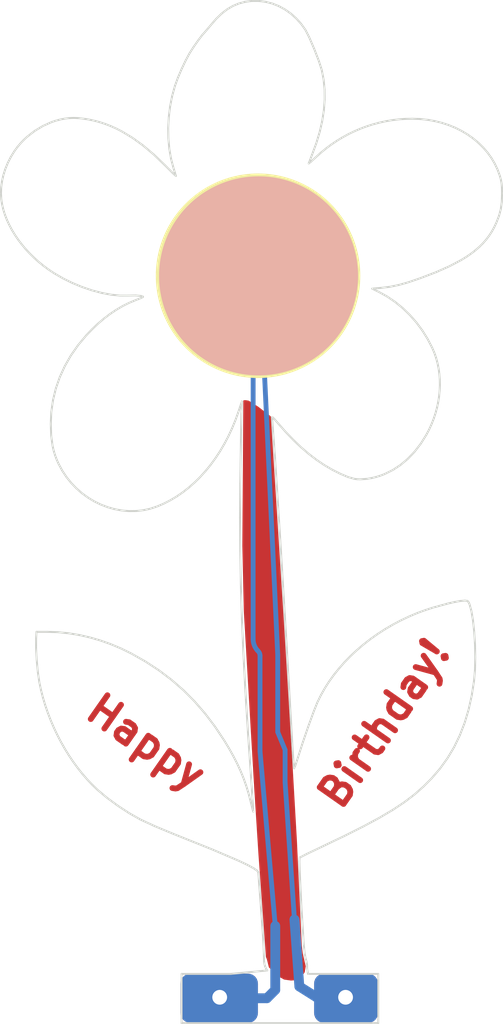
<source format=kicad_pcb>
(kicad_pcb (version 20210126) (generator pcbnew)
  (layers (0 "F.Cu" signal) (31 "B.Cu" signal) (34 "B.Paste" user) (35 "F.Paste" user) (36 "B.SilkS" user) (37 "F.SilkS" user) (38 "B.Mask" user) (39 "F.Mask" user) (44 "Edge.Cuts" user))
  (net 0 "")
  (footprint "touch:Touch_Pad_10x10mm" (layer "F.Cu") (at 65.7352 73.3044 -90)
    (fp_text reference "REF**" hide)
    (fp_text value "Touch_Pad_10.0x10.0mm" hide)
    (pad "1" smd roundrect (at -0.3556 -1.143 270) (size 2.54 3.302) (layers "F.Cu" "F.Mask") (roundrect_rratio 0.2))
  )
  (footprint "touch:Touch_Pad_10x10mm" (layer "F.Cu") (at 59.436 73.279 -90)
    (fp_text reference "REF**" hide)
    (fp_text value "Touch_Pad_10.0x10.0mm" hide)
    (pad "1" smd roundrect (at -0.3302 -0.889 270) (size 2.54 4) (layers "F.Cu" "F.Mask") (roundrect_rratio 0.2))
  )
  (footprint "art:flower-outline-with-base" (layer "F.Cu") (at 57.5818 67.4116)
    (fp_text reference "Ref**" hide)
    (fp_text value "Val**" hide)
    (fp_line (start 6.220343 -12.798187) (end 5.900983 -18.070735) (layer "Edge.Cuts") (width 0.1))
    (fp_line (start 12.586861 -29.752728) (end 12.220993 -30.106195) (layer "Edge.Cuts") (width 0.1))
    (fp_line (start 5.484463 -45.833329) (end 5.13978 -45.921696) (layer "Edge.Cuts") (width 0.1))
    (fp_line (start -5.919475 -39.708638) (end -6.363377 -39.5102) (layer "Edge.Cuts") (width 0.1))
    (fp_line (start 8.571084 -21.763534) (end 8.983464 -21.555278) (layer "Edge.Cuts") (width 0.1))
    (fp_line (start -8.406146 -36.97082) (end -8.477459 -36.64991) (layer "Edge.Cuts") (width 0.1))
    (fp_line (start 1.877454 -44.219991) (end 1.659895 -43.93267) (layer "Edge.Cuts") (width 0.1))
    (fp_line (start 6.189318 -23.695715) (end 6.583611 -23.284889) (layer "Edge.Cuts") (width 0.1))
    (fp_line (start 7.979407 -38.117005) (end 7.718957 -37.88136) (layer "Edge.Cuts") (width 0.1))
    (fp_line (start 3.340013 4.279942) (end 0.800013 4.279831) (layer "Edge.Cuts") (width 0.1))
    (fp_line (start 7.472989 4.279831) (end 7.329847 4.279831) (layer "Edge.Cuts") (width 0.1))
    (fp_line (start 8.814498 -38.739705) (end 8.527693 -38.546436) (layer "Edge.Cuts") (width 0.1))
    (fp_line (start -7.838223 -38.207437) (end -8.02064 -37.911331) (layer "Edge.Cuts") (width 0.1))
    (fp_line (start 0.108569 -39.406848) (end 0.117882 -38.858561) (layer "Edge.Cuts") (width 0.1))
    (fp_line (start 7.651771 -43.486702) (end 7.39649 -44.080465) (layer "Edge.Cuts") (width 0.1))
    (fp_line (start -2.302142 -19.655095) (end -1.934723 -19.622022) (layer "Edge.Cuts") (width 0.1))
    (fp_line (start 9.718818 -21.28811) (end 9.872816 -21.266414) (layer "Edge.Cuts") (width 0.1))
    (fp_line (start -4.342328 -20.541345) (end -4.034335 -20.317585) (layer "Edge.Cuts") (width 0.1))
    (fp_line (start 10.680533 -39.592367) (end 10.354971 -39.48798) (layer "Edge.Cuts") (width 0.1))
    (fp_line (start 5.791409 -24.144784) (end 6.189318 -23.695715) (layer "Edge.Cuts") (width 0.1))
    (fp_line (start 5.598141 -24.369059) (end 5.791409 -24.144784) (layer "Edge.Cuts") (width 0.1))
    (fp_line (start 6.716945 -45.070069) (end 6.437892 -45.317598) (layer "Edge.Cuts") (width 0.1))
    (fp_line (start 0.166457 -38.326811) (end 0.253791 -37.818832) (layer "Edge.Cuts") (width 0.1))
    (fp_line (start 7.20531 3.464895) (end 7.159321 3.2308) (layer "Edge.Cuts") (width 0.1))
    (fp_line (start 0.312174 -41.05791) (end 0.205721 -40.514791) (layer "Edge.Cuts") (width 0.1))
    (fp_line (start 10.354971 -39.48798) (end 10.034061 -39.368608) (layer "Edge.Cuts") (width 0.1))
    (fp_line (start 2.861373 -45.308297) (end 2.584386 -45.040613) (layer "Edge.Cuts") (width 0.1))
    (fp_line (start -5.935512 -23.513257) (end -5.864199 -22.988223) (layer "Edge.Cuts") (width 0.1))
    (fp_line (start 5.051425 3.308315) (end 5.060209 3.636459) (layer "Edge.Cuts") (width 0.1))
    (fp_line (start 15.77118 -14.463726) (end 15.673512 -14.814609) (layer "Edge.Cuts") (width 0.1))
    (fp_line (start 13.114993 -39.86994) (end 12.716052 -39.88441) (layer "Edge.Cuts") (width 0.1))
    (fp_line (start 1.418566 -43.587988) (end 1.216512 -43.273279) (layer "Edge.Cuts") (width 0.1))
    (fp_line (start -4.498885 -13.224013) (end -5.047689 -13.313929) (layer "Edge.Cuts") (width 0.1))
    (fp_line (start 11.709413 -13.756267) (end 11.308921 -13.521659) (layer "Edge.Cuts") (width 0.1))
    (fp_line (start 15.673512 -14.814609) (end 15.620285 -14.924681) (layer "Edge.Cuts") (width 0.1))
    (fp_line (start 4.704167 -1.046975) (end 4.748093 -0.997366) (layer "Edge.Cuts") (width 0.1))
    (fp_line (start -7.971033 -34.151354) (end -7.817554 -33.896589) (layer "Edge.Cuts") (width 0.1))
    (fp_line (start 4.362072 -4.641073) (end 4.25872 -5.041049) (layer "Edge.Cuts") (width 0.1))
    (fp_line (start 6.798085 -6.855397) (end 6.678713 -6.491079) (layer "Edge.Cuts") (width 0.1))
    (fp_line (start 12.980138 -14.3583) (end 12.546055 -14.175881) (layer "Edge.Cuts") (width 0.1))
    (fp_line (start 5.626063 -22.382099) (end 5.480336 -24.357172) (layer "Edge.Cuts") (width 0.1))
    (fp_line (start 15.440451 -15.001677) (end 15.217727 -14.981516) (layer "Edge.Cuts") (width 0.1))
    (fp_line (start -0.369422 -11.397766) (end -1.064988 -11.852003) (layer "Edge.Cuts") (width 0.1))
    (fp_line (start 8.092077 -2.309948) (end 9.229992 -2.855133) (layer "Edge.Cuts") (width 0.1))
    (fp_line (start 12.122309 -13.974861) (end 11.709413 -13.756267) (layer "Edge.Cuts") (width 0.1))
    (fp_line (start -1.739887 -38.899902) (end -2.292824 -39.232182) (layer "Edge.Cuts") (width 0.1))
    (fp_line (start -3.04678 -4.811086) (end -2.48144 -4.39664) (layer "Edge.Cuts") (width 0.1))
    (fp_line (start -5.047689 -13.313929) (end -5.593911 -13.367674) (layer "Edge.Cuts") (width 0.1))
    (fp_line (start 13.155303 -23.101456) (end 13.446241 -23.566543) (layer "Edge.Cuts") (width 0.1))
    (fp_line (start -5.930347 -24.738504) (end -5.958769 -24.118387) (layer "Edge.Cuts") (width 0.1))
    (fp_line (start -3.127399 -39.60787) (end -3.409035 -39.700887) (layer "Edge.Cuts") (width 0.1))
    (fp_line (start -4.565552 -6.355178) (end -4.321122 -6.047188) (layer "Edge.Cuts") (width 0.1))
    (fp_line (start -5.738625 -22.513833) (end -5.653876 -22.285942) (layer "Edge.Cuts") (width 0.1))
    (fp_line (start 4.14038 -5.430174) (end 4.004987 -5.812579) (layer "Edge.Cuts") (width 0.1))
    (fp_line (start -8.226314 -34.668118) (end -8.10746 -34.408703) (layer "Edge.Cuts") (width 0.1))
    (fp_line (start 3.830325 -17.557081) (end 3.861332 -15.839356) (layer "Edge.Cuts") (width 0.1))
    (fp_line (start 15.916391 -13.383173) (end 15.853346 -13.972284) (layer "Edge.Cuts") (width 0.1))
    (fp_line (start 4.523301 -1.175132) (end 4.704167 -1.046975) (layer "Edge.Cuts") (width 0.1))
    (fp_line (start 8.249158 -38.338696) (end 7.979407 -38.117005) (layer "Edge.Cuts") (width 0.1))
    (fp_line (start 3.850476 -6.192399) (end 3.675293 -6.573256) (layer "Edge.Cuts") (width 0.1))
    (fp_line (start -1.206087 -30.669925) (end -1.321327 -30.613598) (layer "Edge.Cuts") (width 0.1))
    (fp_line (start 17.354015 -36.016946) (end 17.348856 -36.306334) (layer "Edge.Cuts") (width 0.1))
    (fp_line (start -7.692496 -38.408975) (end -7.838223 -38.207437) (layer "Edge.Cuts") (width 0.1))
    (fp_line (start -6.549409 -10.789016) (end -6.46621 -10.394726) (layer "Edge.Cuts") (width 0.1))
    (fp_line (start -2.328992 -12.526897) (end -2.862294 -12.750655) (layer "Edge.Cuts") (width 0.1))
    (fp_line (start 0.605179 -41.988603) (end 0.457385 -41.581393) (layer "Edge.Cuts") (width 0.1))
    (fp_line (start 13.234884 -28.951227) (end 12.925859 -29.366706) (layer "Edge.Cuts") (width 0.1))
    (fp_line (start 0.138025 -39.961853) (end 0.108569 -39.406848) (layer "Edge.Cuts") (width 0.1))
    (fp_line (start 15.217727 -14.981516) (end 14.916454 -14.928808) (layer "Edge.Cuts") (width 0.1))
    (fp_line (start 5.111377 3.885541) (end 5.157885 3.994578) (layer "Edge.Cuts") (width 0.1))
    (fp_line (start 0.380918 -2.949184) (end 2.402499 -2.139932) (layer "Edge.Cuts") (width 0.1))
    (fp_line (start -5.23685 -27.100634) (end -5.495232 -26.532193) (layer "Edge.Cuts") (width 0.1))
    (fp_line (start 6.568641 -6.808889) (end 6.498878 -7.940604) (layer "Edge.Cuts") (width 0.1))
    (fp_line (start 14.05809 -25.262047) (end 14.10253 -25.552985) (layer "Edge.Cuts") (width 0.1))
    (fp_line (start 13.287108 -5.387796) (end 13.717574 -5.820844) (layer "Edge.Cuts") (width 0.1))
    (fp_line (start -6.695133 -13.386274) (end -6.714262 -13.055026) (layer "Edge.Cuts") (width 0.1))
    (fp_line (start 3.446867 -45.705688) (end 3.148176 -45.529989) (layer "Edge.Cuts") (width 0.1))
    (fp_line (start 13.446241 -23.566543) (end 13.588867 -23.837844) (layer "Edge.Cuts") (width 0.1))
    (fp_line (start -7.361767 -38.781562) (end -7.532814 -38.600178) (layer "Edge.Cuts") (width 0.1))
    (fp_line (start -2.900042 -29.798144) (end -3.216817 -29.557331) (layer "Edge.Cuts") (width 0.1))
    (fp_line (start 3.584321 -24.325143) (end 3.741417 -24.764393) (layer "Edge.Cuts") (width 0.1))
    (fp_line (start 16.947835 -34.277) (end 17.056356 -34.506443) (layer "Edge.Cuts") (width 0.1))
    (fp_line (start 2.30016 -22.01159) (end 2.551308 -22.355236) (layer "Edge.Cuts") (width 0.1))
    (fp_line (start 7.816112 -9.747211) (end 7.614057 -9.241298) (layer "Edge.Cuts") (width 0.1))
    (fp_line (start 1.014457 -42.899658) (end 0.801034 -42.449557) (layer "Edge.Cuts") (width 0.1))
    (fp_line (start 10.190644 -12.727909) (end 9.849061 -12.436452) (layer "Edge.Cuts") (width 0.1))
    (fp_line (start -6.685836 -11.944501) (end -6.627442 -11.319733) (layer "Edge.Cuts") (width 0.1))
    (fp_line (start -5.593911 -13.367674) (end -6.134963 -13.386274) (layer "Edge.Cuts") (width 0.1))
    (fp_line (start -8.10746 -34.408703) (end -7.971033 -34.151354) (layer "Edge.Cuts") (width 0.1))
    (fp_line (start -3.331522 -30.889021) (end -2.846798 -30.797554) (layer "Edge.Cuts") (width 0.1))
    (fp_line (start 4.762037 -0.956541) (end 4.911381 1.010782) (layer "Edge.Cuts") (width 0.1))
    (fp_line (start -1.579192 -30.514379) (end -1.916639 -30.372786) (layer "Edge.Cuts") (width 0.1))
    (fp_line (start 14.916454 -14.928808) (end 14.558851 -14.848708) (layer "Edge.Cuts") (width 0.1))
    (fp_line (start 4.427686 -45.965621) (end 4.427686 -45.965621) (layer "Edge.Cuts") (width 0.1))
    (fp_line (start 5.013701 2.447903) (end 5.051425 3.308315) (layer "Edge.Cuts") (width 0.1))
    (fp_line (start 0.253791 -37.818832) (end 0.380397 -37.344442) (layer "Edge.Cuts") (width 0.1))
    (fp_line (start 5.060209 3.636459) (end 5.079338 3.767719) (layer "Edge.Cuts") (width 0.1))
    (fp_line (start 17.348856 -36.306334) (end 17.330758 -36.53526) (layer "Edge.Cuts") (width 0.1))
    (fp_line (start 11.279447 -21.529974) (end 11.702677 -21.737714) (layer "Edge.Cuts") (width 0.1))
    (fp_line (start 13.949053 -27.528058) (end 13.859653 -27.788507) (layer "Edge.Cuts") (width 0.1))
    (fp_line (start -5.697802 -25.947733) (end -5.843013 -25.348803) (layer "Edge.Cuts") (width 0.1))
    (fp_line (start 10.837098 -21.379079) (end 11.06034 -21.447291) (layer "Edge.Cuts") (width 0.1))
    (fp_line (start 17.056356 -34.506443) (end 17.199499 -34.87438) (layer "Edge.Cuts") (width 0.1))
    (fp_line (start -3.977992 -39.840413) (end -4.266348 -39.886922) (layer "Edge.Cuts") (width 0.1))
    (fp_line (start 2.402499 -2.139932) (end 3.760039 -1.55909) (layer "Edge.Cuts") (width 0.1))
    (fp_line (start -2.84783 -39.498832) (end -3.127399 -39.60787) (layer "Edge.Cuts") (width 0.1))
    (fp_line (start 2.524974 -8.493036) (end 2.013379 -9.167929) (layer "Edge.Cuts") (width 0.1))
    (fp_line (start 9.719352 -39.233732) (end 9.410843 -39.083354) (layer "Edge.Cuts") (width 0.1))
    (fp_line (start 2.551308 -22.355236) (end 2.78902 -22.716972) (layer "Edge.Cuts") (width 0.1))
    (fp_line (start 0.205721 -40.514791) (end 0.138025 -39.961853) (layer "Edge.Cuts") (width 0.1))
    (fp_line (start -7.048608 -32.929207) (end -6.821234 -32.704931) (layer "Edge.Cuts") (width 0.1))
    (fp_line (start -8.305895 -37.289664) (end -8.406146 -36.97082) (layer "Edge.Cuts") (width 0.1))
    (fp_line (start 6.976867 -22.911784) (end 7.370641 -22.574337) (layer "Edge.Cuts") (width 0.1))
    (fp_line (start -6.363377 -39.5102) (end -6.786092 -39.256469) (layer "Edge.Cuts") (width 0.1))
    (fp_line (start 15.909171 -10.868597) (end 15.956714 -11.437554) (layer "Edge.Cuts") (width 0.1))
    (fp_line (start 13.756317 -14.627532) (end 13.354275 -14.496275) (layer "Edge.Cuts") (width 0.1))
    (fp_line (start 7.26577 -1.913589) (end 8.092077 -2.309948) (layer "Edge.Cuts") (width 0.1))
    (fp_line (start 0.380397 -37.344442) (end 0.505971 -36.928963) (layer "Edge.Cuts") (width 0.1))
    (fp_line (start 11.829801 -30.424005) (end 11.41639 -30.704091) (layer "Edge.Cuts") (width 0.1))
    (fp_line (start -1.198332 -19.662894) (end -0.835049 -19.739378) (layer "Edge.Cuts") (width 0.1))
    (fp_line (start 4.787347 -45.965621) (end 4.427686 -45.965621) (layer "Edge.Cuts") (width 0.1))
    (fp_line (start 8.15149 -40.330306) (end 8.191796 -40.872909) (layer "Edge.Cuts") (width 0.1))
    (fp_line (start -4.066873 -5.75418) (end -3.804356 -5.477712) (layer "Edge.Cuts") (width 0.1))
    (fp_line (start -4.899917 -21.072063) (end -4.631716 -20.793525) (layer "Edge.Cuts") (width 0.1))
    (fp_line (start 3.829796 -21.044723) (end 3.81998 -19.278423) (layer "Edge.Cuts") (width 0.1))
    (fp_line (start -3.950081 -13.09999) (end -4.498885 -13.224013) (layer "Edge.Cuts") (width 0.1))
    (fp_line (start 14.021398 -27.259857) (end 13.949053 -27.528058) (layer "Edge.Cuts") (width 0.1))
    (fp_line (start -8.327083 -34.928568) (end -8.226314 -34.668118) (layer "Edge.Cuts") (width 0.1))
    (fp_line (start 11.06034 -21.447291) (end 11.279447 -21.529974) (layer "Edge.Cuts") (width 0.1))
    (fp_line (start 13.752682 -28.040688) (end 13.511352 -28.507843) (layer "Edge.Cuts") (width 0.1))
    (fp_line (start -3.833834 -29.000776) (end -4.133556 -28.686067) (layer "Edge.Cuts") (width 0.1))
    (fp_line (start 5.13978 -45.921696) (end 4.787347 -45.965621) (layer "Edge.Cuts") (width 0.1))
    (fp_line (start 11.702677 -21.737714) (end 12.104203 -22.000231) (layer "Edge.Cuts") (width 0.1))
    (fp_line (start 16.377327 -38.400263) (end 16.131347 -38.642108) (layer "Edge.Cuts") (width 0.1))
    (fp_line (start 15.620285 -14.924681) (end 15.563958 -14.984109) (layer "Edge.Cuts") (width 0.1))
    (fp_line (start 5.900983 -18.070735) (end 5.626063 -22.382099) (layer "Edge.Cuts") (width 0.1))
    (fp_line (start 14.137674 -26.421666) (end 14.115449 -26.705886) (layer "Edge.Cuts") (width 0.1))
    (fp_line (start -6.717358 -12.557901) (end -6.685836 -11.944501) (layer "Edge.Cuts") (width 0.1))
    (fp_line (start -5.235797 -39.890022) (end -5.464723 -39.84558) (layer "Edge.Cuts") (width 0.1))
    (fp_line (start 6.678713 -6.491079) (end 6.613602 -6.33915) (layer "Edge.Cuts") (width 0.1))
    (fp_line (start 7.718957 -37.88136) (end 7.469875 -37.652433) (layer "Edge.Cuts") (width 0.1))
    (fp_line (start -8.519319 -36.330032) (end -8.530696 -36.014289) (layer "Edge.Cuts") (width 0.1))
    (fp_line (start 8.165941 -22.001763) (end 8.571084 -21.763534) (layer "Edge.Cuts") (width 0.1))
    (fp_line (start 7.992845 -10.109462) (end 7.816112 -9.747211) (layer "Edge.Cuts") (width 0.1))
    (fp_line (start -4.839441 -31.400101) (end -4.337148 -31.192878) (layer "Edge.Cuts") (width 0.1))
    (fp_line (start 2.316186 -44.725903) (end 2.009227 -44.364685) (layer "Edge.Cuts") (width 0.1))
    (fp_line (start 12.220993 -30.106195) (end 11.829801 -30.424005) (layer "Edge.Cuts") (width 0.1))
    (fp_line (start 7.159321 3.2308) (end 7.111262 2.750727) (layer "Edge.Cuts") (width 0.1))
    (fp_line (start 12.925859 -29.366706) (end 12.586861 -29.752728) (layer "Edge.Cuts") (width 0.1))
    (fp_line (start 12.832842 -22.683909) (end 13.155303 -23.101456) (layer "Edge.Cuts") (width 0.1))
    (fp_line (start 6.583611 -23.284889) (end 6.976867 -22.911784) (layer "Edge.Cuts") (width 0.1))
    (fp_line (start -5.864199 -22.988223) (end -5.808387 -22.746378) (layer "Edge.Cuts") (width 0.1))
    (fp_line (start 7.370641 -22.574337) (end 7.766484 -22.271513) (layer "Edge.Cuts") (width 0.1))
    (fp_line (start 4.911381 1.010782) (end 5.013701 2.447903) (layer "Edge.Cuts") (width 0.1))
    (fp_line (start -7.462539 -33.401012) (end -7.262551 -33.161234) (layer "Edge.Cuts") (width 0.1))
    (fp_line (start 14.152171 -6.326757) (end 14.538711 -6.863673) (layer "Edge.Cuts") (width 0.1))
    (fp_line (start 4.388432 -5.867356) (end 4.508839 -4.092269) (layer "Edge.Cuts") (width 0.1))
    (fp_line (start -3.372361 -19.957918) (end -3.023545 -19.824076) (layer "Edge.Cuts") (width 0.1))
    (fp_line (start 10.378726 -21.287097) (end 10.60972 -21.325853) (layer "Edge.Cuts") (width 0.1))
    (fp_line (start -0.631944 -38.031738) (end -1.187466 -38.500444) (layer "Edge.Cuts") (width 0.1))
    (fp_line (start 3.011228 -23.095244) (end 3.218968 -23.490053) (layer "Edge.Cuts") (width 0.1))
    (fp_line (start 3.760039 -1.55909) (end 4.21169 -1.344632) (layer "Edge.Cuts") (width 0.1))
    (fp_line (start -1.934723 -19.622022) (end -1.565754 -19.624138) (layer "Edge.Cuts") (width 0.1))
    (fp_line (start -2.862294 -12.750655) (end -3.403346 -12.941859) (layer "Edge.Cuts") (width 0.1))
    (fp_line (start 14.250842 -39.669952) (end 13.883423 -39.761937) (layer "Edge.Cuts") (width 0.1))
    (fp_line (start 0.857872 -20.589455) (end 1.168963 -20.831816) (layer "Edge.Cuts") (width 0.1))
    (fp_line (start 5.079338 3.767719) (end 5.111377 3.885541) (layer "Edge.Cuts") (width 0.1))
    (fp_line (start -5.025472 -7.011469) (end -4.800679 -6.677123) (layer "Edge.Cuts") (width 0.1))
    (fp_line (start 4.004987 -5.812579) (end 3.850476 -6.192399) (layer "Edge.Cuts") (width 0.1))
    (fp_line (start 13.825029 -24.396466) (end 13.919078 -24.682754) (layer "Edge.Cuts") (width 0.1))
    (fp_line (start -6.627442 -11.319733) (end -6.549409 -10.789016) (layer "Edge.Cuts") (width 0.1))
    (fp_line (start 9.872816 -21.266414) (end 10.029394 -21.260223) (layer "Edge.Cuts") (width 0.1))
    (fp_line (start 3.477887 -6.959794) (end 3.256714 -7.356153) (layer "Edge.Cuts") (width 0.1))
    (fp_line (start -5.792872 -31.90963) (end -5.327785 -31.63988) (layer "Edge.Cuts") (width 0.1))
    (fp_line (start 3.675293 -6.573256) (end 3.477887 -6.959794) (layer "Edge.Cuts") (width 0.1))
    (fp_line (start 0.336473 -37.085026) (end -0.070739 -37.492753) (layer "Edge.Cuts") (width 0.1))
    (fp_line (start 8.417626 -10.816913) (end 8.193865 -10.466547) (layer "Edge.Cuts") (width 0.1))
    (fp_line (start -6.580936 -32.489957) (end -6.329273 -32.284801) (layer "Edge.Cuts") (width 0.1))
    (fp_line (start 12.369821 -39.876658) (end 12.025654 -39.852369) (layer "Edge.Cuts") (width 0.1))
    (fp_line (start 4.25872 -5.041049) (end 4.14038 -5.430174) (layer "Edge.Cuts") (width 0.1))
    (fp_line (start -4.800679 -6.677123) (end -4.565552 -6.355178) (layer "Edge.Cuts") (width 0.1))
    (fp_line (start 0.801034 -42.449557) (end 0.605179 -41.988603) (layer "Edge.Cuts") (width 0.1))
    (fp_line (start -1.321327 -30.613598) (end -1.579192 -30.514379) (layer "Edge.Cuts") (width 0.1))
    (fp_line (start 12.025654 -39.852369) (end 11.684074 -39.811545) (layer "Edge.Cuts") (width 0.1))
    (fp_line (start -5.843013 -25.348803) (end -5.930347 -24.738504) (layer "Edge.Cuts") (width 0.1))
    (fp_line (start 17.2951 -36.736282) (end 17.238257 -36.941954) (layer "Edge.Cuts") (width 0.1))
    (fp_line (start -6.786092 -39.256469) (end -7.179347 -38.951578) (layer "Edge.Cuts") (width 0.1))
    (fp_line (start 6.987238 0.775136) (end 6.901455 -1.0046) (layer "Edge.Cuts") (width 0.1))
    (fp_line (start 7.28386 3.830764) (end 7.256989 3.649379) (layer "Edge.Cuts") (width 0.1))
    (fp_line (start 9.218094 -11.818404) (end 8.930772 -11.493358) (layer "Edge.Cuts") (width 0.1))
    (fp_line (start -1.207622 -30.702998) (end -1.193678 -30.688012) (layer "Edge.Cuts") (width 0.1))
    (fp_line (start 4.508839 -4.092269) (end 4.49643 -4.116557) (layer "Edge.Cuts") (width 0.1))
    (fp_line (start 14.142331 -26.134345) (end 14.137674 -26.421666) (layer "Edge.Cuts") (width 0.1))
    (fp_line (start 10.197375 -3.341408) (end 11.01748 -3.782725) (layer "Edge.Cuts") (width 0.1))
    (fp_line (start -4.631716 -20.793525) (end -4.342328 -20.541345) (layer "Edge.Cuts") (width 0.1))
    (fp_line (start 16.539591 -33.648615) (end 16.690485 -33.849119) (layer "Edge.Cuts") (width 0.1))
    (fp_line (start 1.469205 -21.095883) (end 1.758593 -21.381136) (layer "Edge.Cuts") (width 0.1))
    (fp_line (start -7.817554 -33.896589) (end -7.647538 -33.646475) (layer "Edge.Cuts") (width 0.1))
    (fp_line (start 0.536961 -20.369829) (end 0.857872 -20.589455) (layer "Edge.Cuts") (width 0.1))
    (fp_line (start -1.064988 -11.852003) (end -1.806027 -12.271098) (layer "Edge.Cuts") (width 0.1))
    (fp_line (start 8.040378 -42.401497) (end 7.890518 -42.868136) (layer "Edge.Cuts") (width 0.1))
    (fp_line (start 11.01748 -3.782725) (end 11.713562 -4.193554) (layer "Edge.Cuts") (width 0.1))
    (fp_line (start -5.238896 -7.357701) (end -5.025472 -7.011469) (layer "Edge.Cuts") (width 0.1))
    (fp_line (start 11.554365 -31.203286) (end 12.012737 -31.296304) (layer "Edge.Cuts") (width 0.1))
    (fp_line (start -8.408215 -35.189017) (end -8.327083 -34.928568) (layer "Edge.Cuts") (width 0.1))
    (fp_line (start 12.012737 -31.296304) (end 12.518649 -31.439447) (layer "Edge.Cuts") (width 0.1))
    (fp_line (start -2.48144 -4.39664) (end -1.890263 -4.011653) (layer "Edge.Cuts") (width 0.1))
    (fp_line (start 11.086695 -31.147475) (end 11.554365 -31.203286) (layer "Edge.Cuts") (width 0.1))
    (fp_line (start 15.268868 -39.252407) (end 14.945373 -39.414154) (layer "Edge.Cuts") (width 0.1))
    (fp_line (start 17.238257 -36.941954) (end 17.119917 -37.263898) (layer "Edge.Cuts") (width 0.1))
    (fp_line (start 14.646166 -32.270404) (end 15.248715 -32.588731) (layer "Edge.Cuts") (width 0.1))
    (fp_line (start 4.21169 -1.344632) (end 4.523301 -1.175132) (layer "Edge.Cuts") (width 0.1))
    (fp_line (start 6.887511 -1.524466) (end 6.895766 -1.722904) (layer "Edge.Cuts") (width 0.1))
    (fp_line (start 11.011262 -39.68125) (end 10.680533 -39.592367) (layer "Edge.Cuts") (width 0.1))
    (fp_line (start -6.329273 -32.284801) (end -6.06624 -32.091015) (layer "Edge.Cuts") (width 0.1))
    (fp_line (start -4.923174 -27.650471) (end -5.23685 -27.100634) (layer "Edge.Cuts") (width 0.1))
    (fp_line (start 7.766484 -22.271513) (end 8.165941 -22.001763) (layer "Edge.Cuts") (width 0.1))
    (fp_line (start -7.179347 -38.951578) (end -7.361767 -38.781562) (layer "Edge.Cuts") (width 0.1))
    (fp_line (start 10.983857 -30.943353) (end 10.645894 -31.109752) (layer "Edge.Cuts") (width 0.1))
    (fp_line (start 4.085071 -45.92273) (end 3.758991 -45.835913) (layer "Edge.Cuts") (width 0.1))
    (fp_line (start -5.144863 -21.376953) (end -4.899917 -21.072063) (layer "Edge.Cuts") (width 0.1))
    (fp_line (start 4.748093 -0.997366) (end 4.762037 -0.956541) (layer "Edge.Cuts") (width 0.1))
    (fp_line (start 3.741417 -24.764393) (end 3.914531 -25.284258) (layer "Edge.Cuts") (width 0.1))
    (fp_line (start -2.386878 -30.751045) (end -1.962097 -30.751574) (layer "Edge.Cuts") (width 0.1))
    (fp_line (start 3.914531 -25.284258) (end 3.888708 -24.701347) (layer "Edge.Cuts") (width 0.1))
    (fp_line (start 3.009183 -7.765431) (end 2.524974 -8.493036) (layer "Edge.Cuts") (width 0.1))
    (fp_line (start -1.299607 -30.733487) (end -1.207622 -30.702998) (layer "Edge.Cuts") (width 0.1))
    (fp_line (start 5.478775 -24.473445) (end 5.50047 -24.466211) (layer "Edge.Cuts") (width 0.1))
    (fp_line (start 15.172264 -8.039831) (end 15.421345 -8.683718) (layer "Edge.Cuts") (width 0.1))
    (fp_line (start 15.6265 -9.368431) (end 15.788764 -10.096035) (layer "Edge.Cuts") (width 0.1))
    (fp_line (start 13.996593 -24.971108) (end 14.05809 -25.262047) (layer "Edge.Cuts") (width 0.1))
    (fp_line (start -8.02064 -37.911331) (end -8.17722 -37.604373) (layer "Edge.Cuts") (width 0.1))
    (fp_line (start 7.111262 2.750727) (end 6.987238 0.775136) (layer "Edge.Cuts") (width 0.1))
    (fp_line (start 13.883423 -39.761937) (end 13.504116 -39.829116) (layer "Edge.Cuts") (width 0.1))
    (fp_line (start -6.248651 -9.608209) (end -6.115844 -9.218568) (layer "Edge.Cuts") (width 0.1))
    (fp_line (start 3.148176 -45.529989) (end 2.861373 -45.308297) (layer "Edge.Cuts") (width 0.1))
    (fp_line (start 7.469875 -37.652433) (end 7.366008 -37.572335) (layer "Edge.Cuts") (width 0.1))
    (fp_line (start 3.993107 -12.250944) (end 4.097493 -10.297576) (layer "Edge.Cuts") (width 0.1))
    (fp_line (start 8.065706 -39.773234) (end 8.15149 -40.330306) (layer "Edge.Cuts") (width 0.1))
    (fp_line (start -7.532814 -38.600178) (end -7.692496 -38.408975) (layer "Edge.Cuts") (width 0.1))
    (fp_line (start 11.346111 -39.754701) (end 11.011262 -39.68125) (layer "Edge.Cuts") (width 0.1))
    (fp_line (start -0.131731 -20.001892) (end 0.206748 -20.173974) (layer "Edge.Cuts") (width 0.1))
    (fp_line (start 16.371644 -33.456378) (end 16.539591 -33.648615) (layer "Edge.Cuts") (width 0.1))
    (fp_line (start 11.713562 -4.193554) (end 12.308356 -4.58836) (layer "Edge.Cuts") (width 0.1))
    (fp_line (start 12.308356 -4.58836) (end 12.825637 -4.981618) (layer "Edge.Cuts") (width 0.1))
    (fp_line (start 7.366008 -37.572335) (end 7.537572 -38.021403) (layer "Edge.Cuts") (width 0.1))
    (fp_line (start 8.187139 -41.398975) (end 8.136498 -41.909021) (layer "Edge.Cuts") (width 0.1))
    (fp_line (start 2.78902 -22.716972) (end 3.011228 -23.095244) (layer "Edge.Cuts") (width 0.1))
    (fp_line (start -5.362937 -21.706131) (end -5.144863 -21.376953) (layer "Edge.Cuts") (width 0.1))
    (fp_line (start -2.569811 -39.373775) (end -2.84783 -39.498832) (layer "Edge.Cuts") (width 0.1))
    (fp_line (start 8.930772 -11.493358) (end 8.663604 -11.159528) (layer "Edge.Cuts") (width 0.1))
    (fp_line (start -5.958769 -24.118387) (end -5.935512 -23.513257) (layer "Edge.Cuts") (width 0.1))
    (fp_line (start 7.329847 4.279831) (end 7.286956 4.006463) (layer "Edge.Cuts") (width 0.1))
    (fp_line (start 7.934965 -39.20221) (end 8.065706 -39.773234) (layer "Edge.Cuts") (width 0.1))
    (fp_line (start 15.788764 -10.096035) (end 15.909171 -10.868597) (layer "Edge.Cuts") (width 0.1))
    (fp_line (start 16.973674 -37.571373) (end 16.800041 -37.863861) (layer "Edge.Cuts") (width 0.1))
    (fp_line (start -3.831235 -31.021829) (end -3.331522 -30.889021) (layer "Edge.Cuts") (width 0.1))
    (fp_line (start 3.410169 -23.900363) (end 3.584321 -24.325143) (layer "Edge.Cuts") (width 0.1))
    (fp_line (start 15.863146 -38.865351) (end 15.575309 -39.068956) (layer "Edge.Cuts") (width 0.1))
    (fp_line (start 10.60972 -21.325853) (end 10.837098 -21.379079) (layer "Edge.Cuts") (width 0.1))
    (fp_line (start -5.327785 -31.63988) (end -4.839441 -31.400101) (layer "Edge.Cuts") (width 0.1))
    (fp_line (start -3.409035 -39.700887) (end -3.692223 -39.778402) (layer "Edge.Cuts") (width 0.1))
    (fp_line (start -2.249951 -30.206387) (end -2.577579 -30.014668) (layer "Edge.Cuts") (width 0.1))
    (fp_line (start -2.846798 -30.797554) (end -2.386878 -30.751045) (layer "Edge.Cuts") (width 0.1))
    (fp_line (start 8.191796 -40.872909) (end 8.187139 -41.398975) (layer "Edge.Cuts") (width 0.1))
    (fp_line (start 3.218968 -23.490053) (end 3.410169 -23.900363) (layer "Edge.Cuts") (width 0.1))
    (fp_line (start 9.524534 -12.133112) (end 9.218094 -11.818404) (layer "Edge.Cuts") (width 0.1))
    (fp_line (start -8.510535 -35.705781) (end -8.469712 -35.448433) (layer "Edge.Cuts") (width 0.1))
    (fp_line (start 7.890518 -42.868136) (end 7.651771 -43.486702) (layer "Edge.Cuts") (width 0.1))
    (fp_line (start 5.50047 -24.466211) (end 5.598141 -24.369059) (layer "Edge.Cuts") (width 0.1))
    (fp_line (start 10.029394 -21.260223) (end 10.378726 -21.287097) (layer "Edge.Cuts") (width 0.1))
    (fp_line (start -5.96805 -8.833062) (end -5.805786 -8.453242) (layer "Edge.Cuts") (width 0.1))
    (fp_line (start 13.354275 -14.496275) (end 12.980138 -14.3583) (layer "Edge.Cuts") (width 0.1))
    (fp_line (start 16.131347 -38.642108) (end 15.863146 -38.865351) (layer "Edge.Cuts") (width 0.1))
    (fp_line (start 15.956714 -11.437554) (end 15.971689 -12.074208) (layer "Edge.Cuts") (width 0.1))
    (fp_line (start 0.800013 4.279831) (end 0.800013 6.819727) (layer "Edge.Cuts") (width 0.1))
    (fp_line (start -1.193678 -30.688012) (end -1.206087 -30.669925) (layer "Edge.Cuts") (width 0.1))
    (fp_line (start 5.480336 -24.357172) (end 5.47052 -24.455874) (layer "Edge.Cuts") (width 0.1))
    (fp_line (start -5.464723 -39.84558) (end -5.693135 -39.785119) (layer "Edge.Cuts") (width 0.1))
    (fp_line (start -3.216817 -29.557331) (end -3.528428 -29.291198) (layer "Edge.Cuts") (width 0.1))
    (fp_line (start 13.919078 -24.682754) (end 13.996593 -24.971108) (layer "Edge.Cuts") (width 0.1))
    (fp_line (start -4.555236 -28.179638) (end -4.923174 -27.650471) (layer "Edge.Cuts") (width 0.1))
    (fp_line (start 17.290965 -35.219578) (end 17.339543 -35.585964) (layer "Edge.Cuts") (width 0.1))
    (fp_line (start -1.962097 -30.751574) (end -1.565222 -30.758808) (layer "Edge.Cuts") (width 0.1))
    (fp_line (start -1.187466 -38.500444) (end -1.739887 -38.899902) (layer "Edge.Cuts") (width 0.1))
    (fp_line (start 3.81998 -19.278423) (end 3.830325 -17.557081) (layer "Edge.Cuts") (width 0.1))
    (fp_line (start 6.437892 -45.317598) (end 6.137137 -45.528955) (layer "Edge.Cuts") (width 0.1))
    (fp_line (start 13.504116 -39.829116) (end 13.114993 -39.86994) (layer "Edge.Cuts") (width 0.1))
    (fp_line (start -5.553107 -22.059599) (end -5.362937 -21.706131) (layer "Edge.Cuts") (width 0.1))
    (fp_line (start -1.325957 -3.692809) (end -0.57458 -3.346059) (layer "Edge.Cuts") (width 0.1))
    (fp_line (start 10.960116 6.819727) (end 10.960116 4.279831) (layer "Edge.Cuts") (width 0.1))
    (fp_line (start 1.168963 -20.831816) (end 1.469205 -21.095883) (layer "Edge.Cuts") (width 0.1))
    (fp_line (start 7.614057 -9.241298) (end 7.340171 -8.486823) (layer "Edge.Cuts") (width 0.1))
    (fp_line (start -0.57458 -3.346059) (end 0.380918 -2.949184) (layer "Edge.Cuts") (width 0.1))
    (fp_line (start 15.575309 -39.068956) (end 15.268868 -39.252407) (layer "Edge.Cuts") (width 0.1))
    (fp_line (start 14.130954 -25.84444) (end 14.142331 -26.134345) (layer "Edge.Cuts") (width 0.1))
    (fp_line (start -5.007388 -39.916894) (end -5.235797 -39.890022) (layer "Edge.Cuts") (width 0.1))
    (fp_line (start -5.653876 -22.285942) (end -5.553107 -22.059599) (layer "Edge.Cuts") (width 0.1))
    (fp_line (start 14.558851 -14.848708) (end 13.756317 -14.627532) (layer "Edge.Cuts") (width 0.1))
    (fp_line (start 7.049749 -7.639847) (end 6.798085 -6.855397) (layer "Edge.Cuts") (width 0.1))
    (fp_line (start 16.601085 -38.140847) (end 16.377327 -38.400263) (layer "Edge.Cuts") (width 0.1))
    (fp_line (start 4.427686 -45.965621) (end 4.085071 -45.92273) (layer "Edge.Cuts") (width 0.1))
    (fp_line (start 12.518649 -31.439447) (end 13.130498 -31.64822) (layer "Edge.Cuts") (width 0.1))
    (fp_line (start 0.800013 6.819727) (end 10.960116 6.819727) (layer "Edge.Cuts") (width 0.1))
    (fp_line (start 14.538711 -6.863673) (end 14.878743 -7.433665) (layer "Edge.Cuts") (width 0.1))
    (fp_line (start 17.339543 -35.585964) (end 17.354015 -36.016946) (layer "Edge.Cuts") (width 0.1))
    (fp_line (start 13.130498 -31.64822) (end 13.942851 -31.958795) (layer "Edge.Cuts") (width 0.1))
    (fp_line (start 1.659895 -43.93267) (end 1.418566 -43.587988) (layer "Edge.Cuts") (width 0.1))
    (fp_line (start 10.921865 -13.271543) (end 10.54876 -13.006959) (layer "Edge.Cuts") (width 0.1))
    (fp_line (start -3.403346 -12.941859) (end -3.950081 -13.09999) (layer "Edge.Cuts") (width 0.1))
    (fp_line (start 3.256714 -7.356153) (end 3.009183 -7.765431) (layer "Edge.Cuts") (width 0.1))
    (fp_line (start 13.511352 -28.507843) (end 13.234884 -28.951227) (layer "Edge.Cuts") (width 0.1))
    (fp_line (start -8.17722 -37.604373) (end -8.305895 -37.289664) (layer "Edge.Cuts") (width 0.1))
    (fp_line (start 8.136498 -41.909021) (end 8.040378 -42.401497) (layer "Edge.Cuts") (width 0.1))
    (fp_line (start 16.690485 -33.849119) (end 16.826396 -34.057892) (layer "Edge.Cuts") (width 0.1))
    (fp_line (start 6.613602 -6.33915) (end 6.568641 -6.808889) (layer "Edge.Cuts") (width 0.1))
    (fp_line (start -8.477459 -36.64991) (end -8.519319 -36.330032) (layer "Edge.Cuts") (width 0.1))
    (fp_line (start 14.10253 -25.552985) (end 14.130954 -25.84444) (layer "Edge.Cuts") (width 0.1))
    (fp_line (start -4.557802 -39.917928) (end -4.781045 -39.926712) (layer "Edge.Cuts") (width 0.1))
    (fp_line (start 3.861332 -15.839356) (end 3.915076 -14.084425) (layer "Edge.Cuts") (width 0.1))
    (fp_line (start -8.469712 -35.448433) (end -8.408215 -35.189017) (layer "Edge.Cuts") (width 0.1))
    (fp_line (start -3.528428 -29.291198) (end -3.833834 -29.000776) (layer "Edge.Cuts") (width 0.1))
    (fp_line (start 6.498878 -7.940604) (end 6.220343 -12.798187) (layer "Edge.Cuts") (width 0.1))
    (fp_line (start 15.853346 -13.972284) (end 15.77118 -14.463726) (layer "Edge.Cuts") (width 0.1))
    (fp_line (start 15.514846 -32.752029) (end 15.759276 -32.919977) (layer "Edge.Cuts") (width 0.1))
    (fp_line (start 1.758593 -21.381136) (end 2.035577 -21.68706) (layer "Edge.Cuts") (width 0.1))
    (fp_line (start 13.942851 -31.958795) (end 14.646166 -32.270404) (layer "Edge.Cuts") (width 0.1))
    (fp_line (start 2.009227 -44.364685) (end 1.877454 -44.219991) (layer "Edge.Cuts") (width 0.1))
    (fp_line (start 6.901455 -1.0046) (end 6.887511 -1.524466) (layer "Edge.Cuts") (width 0.1))
    (fp_line (start 4.097493 -10.297576) (end 4.228235 -8.183492) (layer "Edge.Cuts") (width 0.1))
    (fp_line (start -6.115844 -9.218568) (end -5.96805 -8.833062) (layer "Edge.Cuts") (width 0.1))
    (fp_line (start -4.781045 -39.926712) (end -5.007388 -39.916894) (layer "Edge.Cuts") (width 0.1))
    (fp_line (start -4.133556 -28.686067) (end -4.555236 -28.179638) (layer "Edge.Cuts") (width 0.1))
    (fp_line (start 14.878743 -7.433665) (end 15.172264 -8.039831) (layer "Edge.Cuts") (width 0.1))
    (fp_line (start -1.916639 -30.372786) (end -2.249951 -30.206387) (layer "Edge.Cuts") (width 0.1))
    (fp_line (start 2.584386 -45.040613) (end 2.316186 -44.725903) (layer "Edge.Cuts") (width 0.1))
    (fp_line (start -1.890263 -4.011653) (end -1.325957 -3.692809) (layer "Edge.Cuts") (width 0.1))
    (fp_line (start 12.104203 -22.000231) (end 12.481957 -22.31649) (layer "Edge.Cuts") (width 0.1))
    (fp_line (start 3.758991 -45.835913) (end 3.446867 -45.705688) (layer "Edge.Cuts") (width 0.1))
    (fp_line (start 17.119917 -37.263898) (end 16.973674 -37.571373) (layer "Edge.Cuts") (width 0.1))
    (fp_line (start -1.565222 -30.758808) (end -1.299607 -30.733487) (layer "Edge.Cuts") (width 0.1))
    (fp_line (start -2.665944 -19.722791) (end -2.302142 -19.655095) (layer "Edge.Cuts") (width 0.1))
    (fp_line (start 7.39649 -44.080465) (end 7.195987 -44.474239) (layer "Edge.Cuts") (width 0.1))
    (fp_line (start 9.849061 -12.436452) (end 9.524534 -12.133112) (layer "Edge.Cuts") (width 0.1))
    (fp_line (start 7.340171 -8.486823) (end 7.049749 -7.639847) (layer "Edge.Cuts") (width 0.1))
    (fp_line (start -3.534606 -5.21933) (end -3.04678 -4.811086) (layer "Edge.Cuts") (width 0.1))
    (fp_line (start -4.321122 -6.047188) (end -4.066873 -5.75418) (layer "Edge.Cuts") (width 0.1))
    (fp_line (start -7.647538 -33.646475) (end -7.462539 -33.401012) (layer "Edge.Cuts") (width 0.1))
    (fp_line (start 9.410843 -39.083354) (end 9.109054 -38.919023) (layer "Edge.Cuts") (width 0.1))
    (fp_line (start 0.895617 -10.370955) (end 0.282734 -10.904773) (layer "Edge.Cuts") (width 0.1))
    (fp_line (start 12.481957 -22.31649) (end 12.832842 -22.683909) (layer "Edge.Cuts") (width 0.1))
    (fp_line (start 7.256989 3.649379) (end 7.20531 3.464895) (layer "Edge.Cuts") (width 0.1))
    (fp_line (start 16.826396 -34.057892) (end 16.947835 -34.277) (layer "Edge.Cuts") (width 0.1))
    (fp_line (start 12.825637 -4.981618) (end 13.287108 -5.387796) (layer "Edge.Cuts") (width 0.1))
    (fp_line (start 15.971689 -12.074208) (end 15.957216 -12.736185) (layer "Edge.Cuts") (width 0.1))
    (fp_line (start 6.970678 -44.787915) (end 6.716945 -45.070069) (layer "Edge.Cuts") (width 0.1))
    (fp_line (start 3.888708 -24.701347) (end 3.829796 -21.044723) (layer "Edge.Cuts") (width 0.1))
    (fp_line (start -8.530696 -36.014289) (end -8.510535 -35.705781) (layer "Edge.Cuts") (width 0.1))
    (fp_line (start -5.808387 -22.746378) (end -5.738625 -22.513833) (layer "Edge.Cuts") (width 0.1))
    (fp_line (start 0.282734 -10.904773) (end -0.369422 -11.397766) (layer "Edge.Cuts") (width 0.1))
    (fp_line (start 4.228235 -8.183492) (end 4.388432 -5.867356) (layer "Edge.Cuts") (width 0.1))
    (fp_line (start 10.645894 -31.109752) (end 11.086695 -31.147475) (layer "Edge.Cuts") (width 0.1))
    (fp_line (start -5.805786 -8.453242) (end -5.629569 -8.079621) (layer "Edge.Cuts") (width 0.1))
    (fp_line (start -5.693135 -39.785119) (end -5.919475 -39.708638) (layer "Edge.Cuts") (width 0.1))
    (fp_line (start 4.49643 -4.116557) (end 4.464391 -4.228696) (layer "Edge.Cuts") (width 0.1))
    (fp_line (start 0.457385 -41.581393) (end 0.312174 -41.05791) (layer "Edge.Cuts") (width 0.1))
    (fp_line (start 12.716052 -39.88441) (end 12.369821 -39.876658) (layer "Edge.Cuts") (width 0.1))
    (fp_line (start -2.577579 -30.014668) (end -2.900042 -29.798144) (layer "Edge.Cuts") (width 0.1))
    (fp_line (start 13.714957 -24.11483) (end 13.825029 -24.396466) (layer "Edge.Cuts") (width 0.1))
    (fp_line (start 10.960116 4.279831) (end 7.472989 4.279831) (layer "Edge.Cuts") (width 0.1))
    (fp_line (start -4.337148 -31.192878) (end -3.831235 -31.021829) (layer "Edge.Cuts") (width 0.1))
    (fp_line (start 8.527693 -38.546436) (end 8.249158 -38.338696) (layer "Edge.Cuts") (width 0.1))
    (fp_line (start -3.692223 -39.778402) (end -3.977992 -39.840413) (layer "Edge.Cuts") (width 0.1))
    (fp_line (start 7.537572 -38.021403) (end 7.758747 -38.617749) (layer "Edge.Cuts") (width 0.1))
    (fp_line (start 9.109054 -38.919023) (end 8.814498 -38.739705) (layer "Edge.Cuts") (width 0.1))
    (fp_line (start -0.477965 -19.855133) (end -0.131731 -20.001892) (layer "Edge.Cuts") (width 0.1))
    (fp_line (start 7.195987 -44.474239) (end 6.970678 -44.787915) (layer "Edge.Cuts") (width 0.1))
    (fp_line (start 0.206748 -20.173974) (end 0.536961 -20.369829) (layer "Edge.Cuts") (width 0.1))
    (fp_line (start 15.421345 -8.683718) (end 15.6265 -9.368431) (layer "Edge.Cuts") (width 0.1))
    (fp_line (start 15.248715 -32.588731) (end 15.514846 -32.752029) (layer "Edge.Cuts") (width 0.1))
    (fp_line (start -0.070739 -37.492753) (end -0.631944 -38.031738) (layer "Edge.Cuts") (width 0.1))
    (fp_line (start -4.034335 -20.317585) (end -3.710326 -20.122248) (layer "Edge.Cuts") (width 0.1))
    (fp_line (start 1.471292 -9.792698) (end 0.895617 -10.370955) (layer "Edge.Cuts") (width 0.1))
    (fp_line (start -4.266348 -39.886922) (end -4.557802 -39.917928) (layer "Edge.Cuts") (width 0.1))
    (fp_line (start 0.117882 -38.858561) (end 0.166457 -38.326811) (layer "Edge.Cuts") (width 0.1))
    (fp_line (start -5.440434 -7.714269) (end -5.238896 -7.357701) (layer "Edge.Cuts") (width 0.1))
    (fp_line (start 9.389123 -21.383196) (end 9.718818 -21.28811) (layer "Edge.Cuts") (width 0.1))
    (fp_line (start -3.804356 -5.477712) (end -3.534606 -5.21933) (layer "Edge.Cuts") (width 0.1))
    (fp_line (start -6.06624 -32.091015) (end -5.792872 -31.90963) (layer "Edge.Cuts") (width 0.1))
    (fp_line (start 5.818293 -45.701554) (end 5.484463 -45.833329) (layer "Edge.Cuts") (width 0.1))
    (fp_line (start -6.821234 -32.704931) (end -6.580936 -32.489957) (layer "Edge.Cuts") (width 0.1))
    (fp_line (start 0.505971 -36.928963) (end 0.336473 -37.085026) (layer "Edge.Cuts") (width 0.1))
    (fp_line (start 8.983464 -21.555278) (end 9.389123 -21.383196) (layer "Edge.Cuts") (width 0.1))
    (fp_line (start 14.945373 -39.414154) (end 14.605341 -39.55368) (layer "Edge.Cuts") (width 0.1))
    (fp_line (start -6.714262 -13.055026) (end -6.717358 -12.557901) (layer "Edge.Cuts") (width 0.1))
    (fp_line (start 5.47052 -24.455874) (end 5.478775 -24.473445) (layer "Edge.Cuts") (width 0.1))
    (fp_line (start -6.134963 -13.386274) (end -6.695133 -13.386274) (layer "Edge.Cuts") (width 0.1))
    (fp_line (start 7.758747 -38.617749) (end 7.934965 -39.20221) (layer "Edge.Cuts") (width 0.1))
    (fp_line (start -5.629569 -8.079621) (end -5.440434 -7.714269) (layer "Edge.Cuts") (width 0.1))
    (fp_line (start 3.915076 -14.084425) (end 3.993107 -12.250944) (layer "Edge.Cuts") (width 0.1))
    (fp_line (start -6.46621 -10.394726) (end -6.365441 -10.000433) (layer "Edge.Cuts") (width 0.1))
    (fp_line (start -0.835049 -19.739378) (end -0.477965 -19.855133) (layer "Edge.Cuts") (width 0.1))
    (fp_line (start -3.710326 -20.122248) (end -3.372361 -19.957918) (layer "Edge.Cuts") (width 0.1))
    (fp_line (start -7.262551 -33.161234) (end -7.048608 -32.929207) (layer "Edge.Cuts") (width 0.1))
    (fp_line (start 15.759276 -32.919977) (end 15.982518 -33.093093) (layer "Edge.Cuts") (width 0.1))
    (fp_line (start 10.034061 -39.368608) (end 9.719352 -39.233732) (layer "Edge.Cuts") (width 0.1))
    (fp_line (start 2.013379 -9.167929) (end 1.471292 -9.792698) (layer "Edge.Cuts") (width 0.1))
    (fp_line (start 1.216512 -43.273279) (end 1.014457 -42.899658) (layer "Edge.Cuts") (width 0.1))
    (fp_line (start 9.229992 -2.855133) (end 10.197375 -3.341408) (layer "Edge.Cuts") (width 0.1))
    (fp_line (start 4.464391 -4.228696) (end 4.362072 -4.641073) (layer "Edge.Cuts") (width 0.1))
    (fp_line (start -1.806027 -12.271098) (end -2.328992 -12.526897) (layer "Edge.Cuts") (width 0.1))
    (fp_line (start 14.605341 -39.55368) (end 14.250842 -39.669952) (layer "Edge.Cuts") (width 0.1))
    (fp_line (start 16.800041 -37.863861) (end 16.601085 -38.140847) (layer "Edge.Cuts") (width 0.1))
    (fp_line (start 2.035577 -21.68706) (end 2.30016 -22.01159) (layer "Edge.Cuts") (width 0.1))
    (fp_line (start 11.308921 -13.521659) (end 10.921865 -13.271543) (layer "Edge.Cuts") (width 0.1))
    (fp_line (start -3.023545 -19.824076) (end -2.665944 -19.722791) (layer "Edge.Cuts") (width 0.1))
    (fp_line (start 14.077209 -26.985456) (end 14.021398 -27.259857) (layer "Edge.Cuts") (width 0.1))
    (fp_line (start -2.292824 -39.232182) (end -2.569811 -39.373775) (layer "Edge.Cuts") (width 0.1))
    (fp_line (start 5.22093 4.102065) (end 3.340013 4.279942) (layer "Edge.Cuts") (width 0.1))
    (fp_line (start 11.41639 -30.704091) (end 10.983857 -30.943353) (layer "Edge.Cuts") (width 0.1))
    (fp_line (start 17.330758 -36.53526) (end 17.2951 -36.736282) (layer "Edge.Cuts") (width 0.1))
    (fp_line (start 15.982518 -33.093093) (end 16.186642 -33.271377) (layer "Edge.Cuts") (width 0.1))
    (fp_line (start 5.157885 3.994578) (end 5.22093 4.102065) (layer "Edge.Cuts") (width 0.1))
    (fp_line (start 8.193865 -10.466547) (end 7.992845 -10.109462) (layer "Edge.Cuts") (width 0.1))
    (fp_line (start 16.186642 -33.271377) (end 16.371644 -33.456378) (layer "Edge.Cuts") (width 0.1))
    (fp_line (start 13.859653 -27.788507) (end 13.752682 -28.040688) (layer "Edge.Cuts") (width 0.1))
    (fp_line (start 17.199499 -34.87438) (end 17.290965 -35.219578) (layer "Edge.Cuts") (width 0.1))
    (fp_line (start 14.115449 -26.705886) (end 14.077209 -26.985456) (layer "Edge.Cuts") (width 0.1))
    (fp_line (start 7.286956 4.006463) (end 7.28386 3.830764) (layer "Edge.Cuts") (width 0.1))
    (fp_line (start 6.895766 -1.722904) (end 7.26577 -1.913589) (layer "Edge.Cuts") (width 0.1))
    (fp_line (start -6.365441 -10.000433) (end -6.248651 -9.608209) (layer "Edge.Cuts") (width 0.1))
    (fp_line (start 10.54876 -13.006959) (end 10.190644 -12.727909) (layer "Edge.Cuts") (width 0.1))
    (fp_line (start 15.957216 -12.736185) (end 15.916391 -13.383173) (layer "Edge.Cuts") (width 0.1))
    (fp_line (start 12.546055 -14.175881) (end 12.122309 -13.974861) (layer "Edge.Cuts") (width 0.1))
    (fp_line (start 13.717574 -5.820844) (end 14.152171 -6.326757) (layer "Edge.Cuts") (width 0.1))
    (fp_line (start -1.565754 -19.624138) (end -1.198332 -19.662894) (layer "Edge.Cuts") (width 0.1))
    (fp_line (start 15.563958 -14.984109) (end 15.440451 -15.001677) (layer "Edge.Cuts") (width 0.1))
    (fp_line (start 11.684074 -39.811545) (end 11.346111 -39.754701) (layer "Edge.Cuts") (width 0.1))
    (fp_line (start 6.137137 -45.528955) (end 5.818293 -45.701554) (layer "Edge.Cuts") (width 0.1))
    (fp_line (start 13.588867 -23.837844) (end 13.714957 -24.11483) (layer "Edge.Cuts") (width 0.1))
    (fp_line (start 8.663604 -11.159528) (end 8.417626 -10.816913) (layer "Edge.Cuts") (width 0.1))
    (fp_line (start -5.495232 -26.532193) (end -5.697802 -25.947733) (layer "Edge.Cuts") (width 0.1))
  )
  (footprint "touch:Touch_Pad_10x10mm" (layer "B.Cu") (at 59.436 72.6186 90)
    (fp_text reference "REF**" hide)
    (fp_text value "Touch_Pad_10.0x10.0mm" hide)
    (pad "1" smd roundrect (at -0.3302 0.889 90) (size 2.54 4) (layers "B.Cu" "B.Mask") (roundrect_rratio 0.2))
  )
  (footprint "touch:Touch_Pad_10x10mm" (layer "B.Cu") (at 65.7352 72.5932 90)
    (fp_text reference "REF**" hide)
    (fp_text value "Touch_Pad_10.0x10.0mm" hide)
    (pad "1" smd roundrect (at -0.3556 1.143 90) (size 2.54 3.302) (layers "B.Cu" "B.Mask") (roundrect_rratio 0.2))
  )
  (footprint "digikey-footprints:0805" (layer "B.Cu") (at 62.5 35.5)
    (fp_text reference "REF**" (at 0 1.84) (layer "B.SilkS") (effects (justify mirror)))
    (fp_text value "0805")
    (fp_line (start -0.32 -0.8) (end 0.28 -0.8) (layer "B.SilkS") (width 0.12))
    (fp_line (start -0.3 0.8) (end 0.3 0.8) (layer "B.SilkS") (width 0.12))
    (pad "1" smd rect (at -1.05 0) (size 1.2 1.2) (layers "B.Cu" "B.Paste" "B.Mask"))
    (pad "2" smd rect (at 1.05 0) (size 1.2 1.2) (layers "B.Cu" "B.Paste" "B.Mask"))
  )
  (gr_circle (center 62.357 35.642289) (end 67.437 35.642289) (layer "B.SilkS") (width 0.12) (fill solid))
  (gr_circle (center 62.3316 35.6362) (end 67.513262 35.6362) (layer "F.SilkS") (width 0.2) (fill solid))
  (gr_text "Happy" (at 56.5658 59.7154 325) (layer "F.Cu") (effects (font (size 1.5 1.5) (thickness 0.3))))
  (gr_text "Birthday!\n" (at 68.834 58.7502 55) (layer "F.Cu") (effects (font (size 1.5 1.5) (thickness 0.3))))
  (via (at 66.8528 72.898) (size 1.27) (drill 0.762) (layers "F.Cu" "B.Cu") (net 0))
  (via (at 60.3504 72.898) (size 1.27) (drill 0.762) (layers "F.Cu" "B.Cu") (net 0))
  (segment (start 61.45 38.226376) (end 61.45 35.5) (width 0.25) (layer "B.Cu") (net 0))
  (segment (start 63.045434 38.381181) (end 63.1444 38.2778) (width 0.25) (layer "B.Cu") (net 0))
  (segment (start 61.747056 38.83878) (end 61.6712 38.7604) (width 0.25) (layer "B.Cu") (net 0))
  (segment (start 62.0776 54.40319) (end 62.0776 39.741536) (width 0.25) (layer "B.Cu") (net 0))
  (segment (start 63.2206 72.517) (end 62.7888 72.9488) (width 0.508) (layer "B.Cu") (net 0))
  (segment (start 63.3476 59.199432) (end 63.3476 55.208331) (width 0.25) (layer "B.Cu") (net 0))
  (segment (start 62.4332 60.198) (end 62.4332 55.261684) (width 0.25) (layer "B.Cu") (net 0))
  (segment (start 64.2112 68.8848) (end 63.7286 61.7982) (width 0.25) (layer "B.Cu") (net 0))
  (segment (start 63.2206 69.215) (end 63.2206 72.517) (width 0.508) (layer "B.Cu") (net 0))
  (segment (start 63.7286 60.119247) (end 63.3476 59.199432) (width 0.25) (layer "B.Cu") (net 0))
  (segment (start 64.4652 72.3392) (end 64.2112 68.8848) (width 0.508) (layer "B.Cu") (net 0))
  (segment (start 63.2206 69.215) (end 62.4332 60.198) (width 0.25) (layer "B.Cu") (net 0))
  (segment (start 62.7888 72.9488) (end 60.325 72.9488) (width 0.508) (layer "B.Cu") (net 0))
  (segment (start 62.272515 54.954928) (end 62.3316 55.0164) (width 0.25) (layer "B.Cu") (net 0))
  (segment (start 63.3476 55.208331) (end 62.611 39.565541) (width 0.25) (layer "B.Cu") (net 0))
  (segment (start 66.8528 72.898) (end 65.3542 72.898) (width 0.508) (layer "B.Cu") (net 0))
  (segment (start 65.3542 72.898) (end 64.4652 72.3392) (width 0.508) (layer "B.Cu") (net 0))
  (segment (start 63.7286 61.7982) (end 63.7286 60.119247) (width 0.25) (layer "B.Cu") (net 0))
  (segment (start 63.55 37.298595) (end 63.55 35.5) (width 0.25) (layer "B.Cu") (net 0))
  (arc (start 62.0776 39.741536) (mid 61.97198 39.210549) (end 61.6712 38.7604) (width 0.25) (layer "B.Cu") (net 0))
  (arc (start 62.3316 55.0164) (mid 62.143611 54.735056) (end 62.0776 54.40319) (width 0.25) (layer "B.Cu") (net 0))
  (arc (start 63.1444 38.2778) (mid 63.444588 37.828538) (end 63.55 37.298595) (width 0.25) (layer "B.Cu") (net 0))
  (arc (start 62.611 39.565541) (mid 62.749626 38.868621) (end 63.1444 38.2778) (width 0.25) (layer "B.Cu") (net 0))
  (arc (start 62.4332 55.261684) (mid 62.406794 55.128936) (end 62.3316 55.0164) (width 0.25) (layer "B.Cu") (net 0))
  (arc (start 61.6712 38.7604) (mid 61.507488 38.515389) (end 61.45 38.226376) (width 0.25) (layer "B.Cu") (net 0))
  (zone (net 0) (net_name "") (layer "F.Cu") (connect_pads (clearance 0.0254)) (min_thickness 0.0254) (fill yes (thermal_gap 0.0254) (thermal_bridge_width 0.0254))
    (polygon (pts (xy 61.849 42.0878) (xy 62.3316 42.3926) (xy 62.992 42.9006) (xy 63.6778 53.6702) (xy 64.1096 60.833) (xy 64.3382 64.7954) (xy 64.5922 70.231) (xy 64.643 70.6374) (xy 64.7954 71.2978) (xy 64.7446 71.6026) (xy 64.5668 71.8566) (xy 64.3636 72.009) (xy 64.0334 72.0344) (xy 63.6778 71.9836) (xy 63.2714 71.755) (xy 62.8904 71.3486) (xy 62.7888 70.9422) (xy 62.738 70.8152) (xy 62.357 65.5828) (xy 62.1284 62.0268) (xy 61.595 52.959) (xy 61.5188 49.5808) (xy 61.5696 42.0878) (xy 61.595 42.0624) (xy 61.6966 42.0624)))
  )
)
</source>
